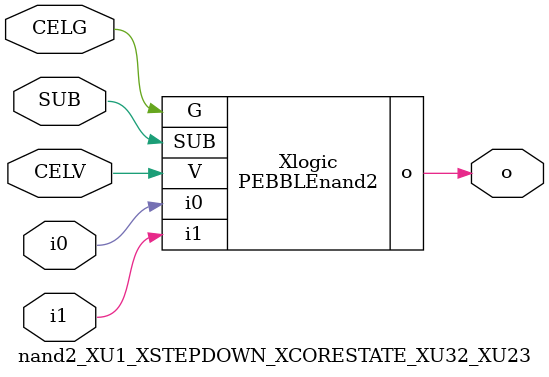
<source format=v>



module PEBBLEnand2 ( o, G, SUB, V, i0, i1 );

  input i0;
  input V;
  input i1;
  input G;
  output o;
  input SUB;
endmodule

//Celera Confidential Do Not Copy nand2_XU1_XSTEPDOWN_XCORESTATE_XU32_XU23
//Celera Confidential Symbol Generator
//5V NAND2
module nand2_XU1_XSTEPDOWN_XCORESTATE_XU32_XU23 (CELV,CELG,i0,i1,o,SUB);
input CELV;
input CELG;
input i0;
input i1;
input SUB;
output o;

//Celera Confidential Do Not Copy nand2
PEBBLEnand2 Xlogic(
.V (CELV),
.i0 (i0),
.i1 (i1),
.o (o),
.SUB (SUB),
.G (CELG)
);
//,diesize,PEBBLEnand2

//Celera Confidential Do Not Copy Module End
//Celera Schematic Generator
endmodule

</source>
